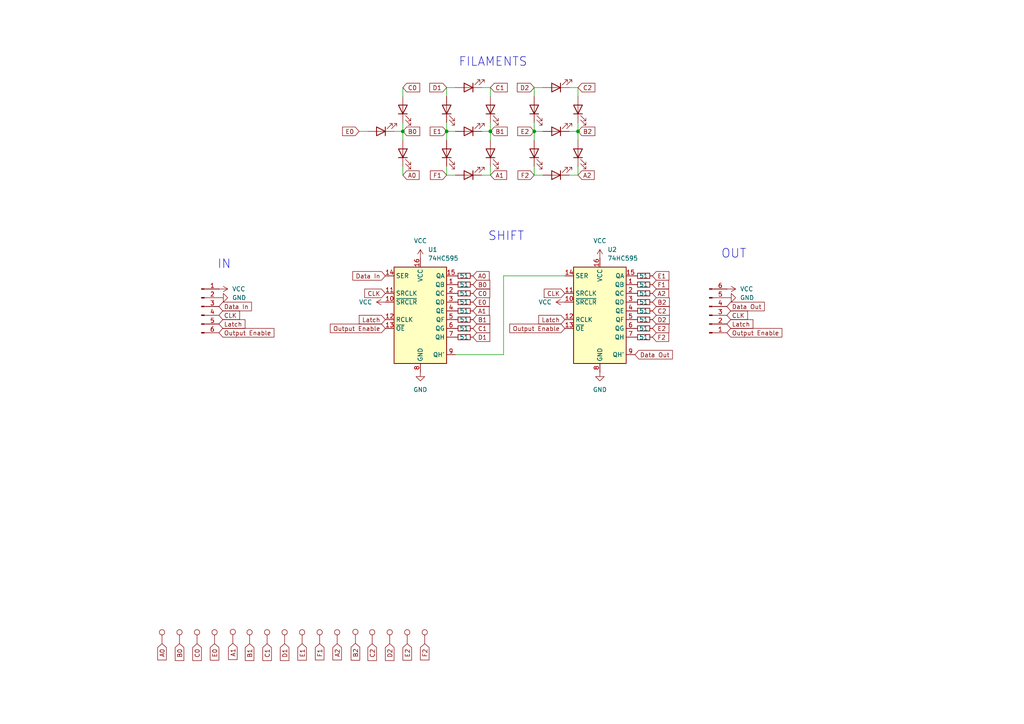
<source format=kicad_sch>
(kicad_sch (version 20231120) (generator "eeschema") (generator_version "8.0")
  (paper "A4")
  (lib_symbols
    (symbol "74xx:74HC595"
      (property "Reference" "U" (at -7.62 13.97 0))
      (property "Value" "74HC595" (at -7.62 -16.51 0))
      (symbol "74HC595_1_0"
        (pin tri_state line (at 10.16 7.62 180) (length 2.54) (name "QB") (number "1"))
        (pin input line (at -10.16 2.54 0) (length 2.54) (name "~{SRCLR}") (number "10"))
        (pin input line (at -10.16 5.08 0) (length 2.54) (name "SRCLK") (number "11"))
        (pin input line (at -10.16 -2.54 0) (length 2.54) (name "RCLK") (number "12"))
        (pin input line (at -10.16 -5.08 0) (length 2.54) (name "~{OE}") (number "13"))
        (pin input line (at -10.16 10.16 0) (length 2.54) (name "SER") (number "14"))
        (pin tri_state line (at 10.16 10.16 180) (length 2.54) (name "QA") (number "15"))
        (pin power_in line (at 0 15.24 270) (length 2.54) (name "VCC") (number "16"))
        (pin tri_state line (at 10.16 5.08 180) (length 2.54) (name "QC") (number "2"))
        (pin tri_state line (at 10.16 2.54 180) (length 2.54) (name "QD") (number "3"))
        (pin tri_state line (at 10.16 0 180) (length 2.54) (name "QE") (number "4"))
        (pin tri_state line (at 10.16 -2.54 180) (length 2.54) (name "QF") (number "5"))
        (pin tri_state line (at 10.16 -5.08 180) (length 2.54) (name "QG") (number "6"))
        (pin tri_state line (at 10.16 -7.62 180) (length 2.54) (name "QH") (number "7"))
        (pin power_in line (at 0 -17.78 90) (length 2.54) (name "GND") (number "8"))
        (pin output line (at 10.16 -12.7 180) (length 2.54) (name "QH'") (number "9"))
      )
      (symbol "74HC595_1_1"
        (rectangle (start -7.62 12.7) (end 7.62 -15.24) (stroke (width 0.254)) (fill (type background)))
      )
    )
    (symbol "Connector:Conn_01x06_Pin" (pin_names (offset 1.016) hide)
      (property "Reference" "J" (at 0 7.62 0))
      (property "Value" "Conn_01x06_Pin" (at 0 -10.16 0))
      (symbol "Conn_01x06_Pin_1_1"
        (polyline (pts (xy 1.27 -7.62) (xy 0.8636 -7.62)) (stroke (width 0.1524)))
        (polyline (pts (xy 1.27 -5.08) (xy 0.8636 -5.08)) (stroke (width 0.1524)))
        (polyline (pts (xy 1.27 -2.54) (xy 0.8636 -2.54)) (stroke (width 0.1524)))
        (polyline (pts (xy 1.27 0) (xy 0.8636 0)) (stroke (width 0.1524)))
        (polyline (pts (xy 1.27 2.54) (xy 0.8636 2.54)) (stroke (width 0.1524)))
        (polyline (pts (xy 1.27 5.08) (xy 0.8636 5.08)) (stroke (width 0.1524)))
        (rectangle (start 0.8636 -7.493) (end 0 -7.747) (stroke (width 0.1524)) (fill (type outline)))
        (rectangle (start 0.8636 -4.953) (end 0 -5.207) (stroke (width 0.1524)) (fill (type outline)))
        (rectangle (start 0.8636 -2.413) (end 0 -2.667) (stroke (width 0.1524)) (fill (type outline)))
        (rectangle (start 0.8636 0.127) (end 0 -0.127) (stroke (width 0.1524)) (fill (type outline)))
        (rectangle (start 0.8636 2.667) (end 0 2.413) (stroke (width 0.1524)) (fill (type outline)))
        (rectangle (start 0.8636 5.207) (end 0 4.953) (stroke (width 0.1524)) (fill (type outline)))
        (pin passive line (at 5.08 5.08 180) (length 3.81) (name "Pin_1") (number "1"))
        (pin passive line (at 5.08 2.54 180) (length 3.81) (name "Pin_2") (number "2"))
        (pin passive line (at 5.08 0 180) (length 3.81) (name "Pin_3") (number "3"))
        (pin passive line (at 5.08 -2.54 180) (length 3.81) (name "Pin_4") (number "4"))
        (pin passive line (at 5.08 -5.08 180) (length 3.81) (name "Pin_5") (number "5"))
        (pin passive line (at 5.08 -7.62 180) (length 3.81) (name "Pin_6") (number "6"))
      )
    )
    (symbol "Connector:TestPoint" (pin_numbers hide) (pin_names (offset 0.762) hide)
      (property "Reference" "TP" (at 0 6.858 0))
      (property "Value" "TestPoint" (at 0 5.08 0))
      (symbol "TestPoint_0_1"
        (circle (center 0 3.302) (radius 0.762))
      )
      (symbol "TestPoint_1_1"
        (pin passive line (at 0 0 90) (length 2.54) (name "1") (number "1"))
      )
    )
    (symbol "Device:LED" (pin_numbers hide) (pin_names (offset 1.016) hide)
      (property "Reference" "D" (at 0 2.54 0))
      (property "Value" "LED" (at 0 -2.54 0))
      (symbol "LED_0_1"
        (polyline (pts (xy -1.27 -1.27) (xy -1.27 1.27)) (stroke (width 0.254)))
        (polyline (pts (xy -1.27 0) (xy 1.27 0)))
        (polyline (pts (xy 1.27 -1.27) (xy 1.27 1.27) (xy -1.27 0) (xy 1.27 -1.27)) (stroke (width 0.254)))
        (polyline (pts (xy -3.048 -0.762) (xy -4.572 -2.286) (xy -3.81 -2.286) (xy -4.572 -2.286) (xy -4.572 -1.524)))
        (polyline (pts (xy -1.778 -0.762) (xy -3.302 -2.286) (xy -2.54 -2.286) (xy -3.302 -2.286) (xy -3.302 -1.524)))
      )
      (symbol "LED_1_1"
        (pin passive line (at -3.81 0 0) (length 2.54) (name "K") (number "1"))
        (pin passive line (at 3.81 0 180) (length 2.54) (name "A") (number "2"))
      )
    )
    (symbol "Device:R_Small" (pin_numbers hide) (pin_names (offset 0.254) hide)
      (property "Reference" "R" (at 0.762 0.508 0))
      (property "Value" "R_Small" (at 0.762 -1.016 0))
      (symbol "R_Small_0_1"
        (rectangle (start -0.762 1.778) (end 0.762 -1.778) (stroke (width 0.2032)))
      )
      (symbol "R_Small_1_1"
        (pin passive line (at 0 2.54 270) (length 0.762) (name "~") (number "1"))
        (pin passive line (at 0 -2.54 90) (length 0.762) (name "~") (number "2"))
      )
    )
    (symbol "power:GND" (power) (pin_numbers hide) (pin_names (offset 0) hide)
      (property "Value" "GND" (at 0 -3.81 0))
      (symbol "GND_0_1"
        (polyline (pts (xy 0 0) (xy 0 -1.27) (xy 1.27 -1.27) (xy 0 -2.54) (xy -1.27 -1.27) (xy 0 -1.27)))
      )
      (symbol "GND_1_1"
        (pin power_in line (at 0 0 270) (length 0) (name "~") (number "1"))
      )
    )
    (symbol "power:VCC" (power) (pin_numbers hide) (pin_names (offset 0) hide)
      (property "Value" "VCC" (at 0 3.556 0))
      (symbol "VCC_0_1"
        (polyline (pts (xy -0.762 1.27) (xy 0 2.54)))
        (polyline (pts (xy 0 0) (xy 0 2.54)))
        (polyline (pts (xy 0 2.54) (xy 0.762 1.27)))
      )
      (symbol "VCC_1_1"
        (pin power_in line (at 0 0 90) (length 0) (name "~") (number "1"))
      )
    )
  )
  (junction (at 167.64 38.1))
  (junction (at 154.94 38.1))
  (junction (at 116.84 38.1))
  (junction (at 142.24 38.1))
  (junction (at 129.54 38.1))
  (wire (pts (xy 167.64 25.4) (xy 165.1 25.4)))
  (wire (pts (xy 132.08 102.87) (xy 146.05 102.87)))
  (wire (pts (xy 132.08 50.8) (xy 129.54 50.8)))
  (wire (pts (xy 132.08 38.1) (xy 129.54 38.1)))
  (wire (pts (xy 139.7 38.1) (xy 142.24 38.1)))
  (wire (pts (xy 146.05 102.87) (xy 146.05 80.01)))
  (wire (pts (xy 116.84 38.1) (xy 116.84 40.64)))
  (wire (pts (xy 154.94 50.8) (xy 154.94 48.26)))
  (wire (pts (xy 154.94 25.4) (xy 154.94 27.94)))
  (wire (pts (xy 106.68 38.1) (xy 104.14 38.1)))
  (wire (pts (xy 157.48 25.4) (xy 154.94 25.4)))
  (wire (pts (xy 167.64 35.56) (xy 167.64 38.1)))
  (wire (pts (xy 116.84 35.56) (xy 116.84 38.1)))
  (wire (pts (xy 129.54 38.1) (xy 129.54 40.64)))
  (wire (pts (xy 167.64 50.8) (xy 167.64 48.26)))
  (wire (pts (xy 157.48 50.8) (xy 154.94 50.8)))
  (wire (pts (xy 146.05 80.01) (xy 163.83 80.01)))
  (wire (pts (xy 129.54 38.1) (xy 129.54 35.56)))
  (wire (pts (xy 154.94 38.1) (xy 154.94 35.56)))
  (wire (pts (xy 142.24 25.4) (xy 139.7 25.4)))
  (wire (pts (xy 129.54 50.8) (xy 129.54 48.26)))
  (wire (pts (xy 142.24 27.94) (xy 142.24 25.4)))
  (wire (pts (xy 165.1 38.1) (xy 167.64 38.1)))
  (wire (pts (xy 142.24 50.8) (xy 142.24 48.26)))
  (wire (pts (xy 116.84 50.8) (xy 116.84 48.26)))
  (wire (pts (xy 114.3 38.1) (xy 116.84 38.1)))
  (wire (pts (xy 139.7 50.8) (xy 142.24 50.8)))
  (wire (pts (xy 142.24 35.56) (xy 142.24 38.1)))
  (wire (pts (xy 167.64 27.94) (xy 167.64 25.4)))
  (wire (pts (xy 154.94 38.1) (xy 154.94 40.64)))
  (wire (pts (xy 157.48 38.1) (xy 154.94 38.1)))
  (wire (pts (xy 165.1 50.8) (xy 167.64 50.8)))
  (wire (pts (xy 167.64 38.1) (xy 167.64 40.64)))
  (wire (pts (xy 132.08 25.4) (xy 129.54 25.4)))
  (wire (pts (xy 116.84 27.94) (xy 116.84 25.4)))
  (wire (pts (xy 142.24 38.1) (xy 142.24 40.64)))
  (wire (pts (xy 129.54 25.4) (xy 129.54 27.94)))
  (text "OUT" (at 212.852 73.66 0) (effects (font (size 2.54 2.54))))
  (text "SHIFT" (at 146.812 68.58 0) (effects (font (size 2.54 2.54))))
  (text "FILAMENTS" (at 143.002 18.034 0) (effects (font (size 2.54 2.54))))
  (text "IN" (at 65.024 76.708 0) (effects (font (size 2.54 2.54))))
  (global_label "Data Out" (shape input) (at 184.15 102.87 0) (property "Intersheetrefs" "${INTERSHEET_REFS}" (effects (hide yes))))
  (global_label "A2" (shape input) (at 97.79 186.69 270) (property "Intersheetrefs" "${INTERSHEET_REFS}" (effects (hide yes))))
  (global_label "A1" (shape input) (at 142.24 50.8 0) (property "Intersheetrefs" "${INTERSHEET_REFS}" (effects (hide yes))))
  (global_label "Latch" (shape input) (at 163.83 92.71 180) (property "Intersheetrefs" "${INTERSHEET_REFS}" (effects (hide yes))))
  (global_label "F2" (shape input) (at 154.94 50.8 180) (property "Intersheetrefs" "${INTERSHEET_REFS}" (effects (hide yes))))
  (global_label "D2" (shape input) (at 113.03 186.69 270) (property "Intersheetrefs" "${INTERSHEET_REFS}" (effects (hide yes))))
  (global_label "B0" (shape input) (at 116.84 38.1 0) (property "Intersheetrefs" "${INTERSHEET_REFS}" (effects (hide yes))))
  (global_label "D2" (shape input) (at 189.23 92.71 0) (property "Intersheetrefs" "${INTERSHEET_REFS}" (effects (hide yes))))
  (global_label "B2" (shape input) (at 167.64 38.1 0) (property "Intersheetrefs" "${INTERSHEET_REFS}" (effects (hide yes))))
  (global_label "Output Enable" (shape input) (at 210.82 96.52 0) (property "Intersheetrefs" "${INTERSHEET_REFS}" (effects (hide yes))))
  (global_label "A0" (shape input) (at 46.99 186.69 270) (property "Intersheetrefs" "${INTERSHEET_REFS}" (effects (hide yes))))
  (global_label "E2" (shape input) (at 118.11 186.69 270) (property "Intersheetrefs" "${INTERSHEET_REFS}" (effects (hide yes))))
  (global_label "A1" (shape input) (at 137.16 90.17 0) (property "Intersheetrefs" "${INTERSHEET_REFS}" (effects (hide yes))))
  (global_label "C0" (shape input) (at 116.84 25.4 0) (property "Intersheetrefs" "${INTERSHEET_REFS}" (effects (hide yes))))
  (global_label "E2" (shape input) (at 189.23 95.25 0) (property "Intersheetrefs" "${INTERSHEET_REFS}" (effects (hide yes))))
  (global_label "E1" (shape input) (at 87.63 186.69 270) (property "Intersheetrefs" "${INTERSHEET_REFS}" (effects (hide yes))))
  (global_label "E0" (shape input) (at 62.23 186.69 270) (property "Intersheetrefs" "${INTERSHEET_REFS}" (effects (hide yes))))
  (global_label "CLK" (shape input) (at 163.83 85.09 180) (property "Intersheetrefs" "${INTERSHEET_REFS}" (effects (hide yes))))
  (global_label "CLK" (shape input) (at 63.5 91.44 0) (property "Intersheetrefs" "${INTERSHEET_REFS}" (effects (hide yes))))
  (global_label "F2" (shape input) (at 189.23 97.79 0) (property "Intersheetrefs" "${INTERSHEET_REFS}" (effects (hide yes))))
  (global_label "A0" (shape input) (at 116.84 50.8 0) (property "Intersheetrefs" "${INTERSHEET_REFS}" (effects (hide yes))))
  (global_label "C1" (shape input) (at 142.24 25.4 0) (property "Intersheetrefs" "${INTERSHEET_REFS}" (effects (hide yes))))
  (global_label "B0" (shape input) (at 137.16 82.55 0) (property "Intersheetrefs" "${INTERSHEET_REFS}" (effects (hide yes))))
  (global_label "B1" (shape input) (at 137.16 92.71 0) (property "Intersheetrefs" "${INTERSHEET_REFS}" (effects (hide yes))))
  (global_label "F1" (shape input) (at 189.23 82.55 0) (property "Intersheetrefs" "${INTERSHEET_REFS}" (effects (hide yes))))
  (global_label "C1" (shape input) (at 137.16 95.25 0) (property "Intersheetrefs" "${INTERSHEET_REFS}" (effects (hide yes))))
  (global_label "Latch" (shape input) (at 111.76 92.71 180) (property "Intersheetrefs" "${INTERSHEET_REFS}" (effects (hide yes))))
  (global_label "E0" (shape input) (at 104.14 38.1 180) (property "Intersheetrefs" "${INTERSHEET_REFS}" (effects (hide yes))))
  (global_label "A2" (shape input) (at 189.23 85.09 0) (property "Intersheetrefs" "${INTERSHEET_REFS}" (effects (hide yes))))
  (global_label "D1" (shape input) (at 129.54 25.4 180) (property "Intersheetrefs" "${INTERSHEET_REFS}" (effects (hide yes))))
  (global_label "CLK" (shape input) (at 210.82 91.44 0) (property "Intersheetrefs" "${INTERSHEET_REFS}" (effects (hide yes))))
  (global_label "D2" (shape input) (at 154.94 25.4 180) (property "Intersheetrefs" "${INTERSHEET_REFS}" (effects (hide yes))))
  (global_label "C0" (shape input) (at 137.16 85.09 0) (property "Intersheetrefs" "${INTERSHEET_REFS}" (effects (hide yes))))
  (global_label "F1" (shape input) (at 92.71 186.69 270) (property "Intersheetrefs" "${INTERSHEET_REFS}" (effects (hide yes))))
  (global_label "B1" (shape input) (at 72.39 186.69 270) (property "Intersheetrefs" "${INTERSHEET_REFS}" (effects (hide yes))))
  (global_label "C2" (shape input) (at 189.23 90.17 0) (property "Intersheetrefs" "${INTERSHEET_REFS}" (effects (hide yes))))
  (global_label "E0" (shape input) (at 137.16 87.63 0) (property "Intersheetrefs" "${INTERSHEET_REFS}" (effects (hide yes))))
  (global_label "B1" (shape input) (at 142.24 38.1 0) (property "Intersheetrefs" "${INTERSHEET_REFS}" (effects (hide yes))))
  (global_label "D1" (shape input) (at 82.55 186.69 270) (property "Intersheetrefs" "${INTERSHEET_REFS}" (effects (hide yes))))
  (global_label "CLK" (shape input) (at 111.76 85.09 180) (property "Intersheetrefs" "${INTERSHEET_REFS}" (effects (hide yes))))
  (global_label "D1" (shape input) (at 137.16 97.79 0) (property "Intersheetrefs" "${INTERSHEET_REFS}" (effects (hide yes))))
  (global_label "Output Enable" (shape input) (at 63.5 96.52 0) (property "Intersheetrefs" "${INTERSHEET_REFS}" (effects (hide yes))))
  (global_label "E1" (shape input) (at 129.54 38.1 180) (property "Intersheetrefs" "${INTERSHEET_REFS}" (effects (hide yes))))
  (global_label "Latch" (shape input) (at 63.5 93.98 0) (property "Intersheetrefs" "${INTERSHEET_REFS}" (effects (hide yes))))
  (global_label "Data Out" (shape input) (at 210.82 88.9 0) (property "Intersheetrefs" "${INTERSHEET_REFS}" (effects (hide yes))))
  (global_label "Data In" (shape input) (at 111.76 80.01 180) (property "Intersheetrefs" "${INTERSHEET_REFS}" (effects (hide yes))))
  (global_label "A1" (shape input) (at 67.5269 186.581 270) (property "Intersheetrefs" "${INTERSHEET_REFS}" (effects (hide yes))))
  (global_label "Data In" (shape input) (at 63.5 88.9 0) (property "Intersheetrefs" "${INTERSHEET_REFS}" (effects (hide yes))))
  (global_label "E1" (shape input) (at 189.23 80.01 0) (property "Intersheetrefs" "${INTERSHEET_REFS}" (effects (hide yes))))
  (global_label "Output Enable" (shape input) (at 111.76 95.25 180) (property "Intersheetrefs" "${INTERSHEET_REFS}" (effects (hide yes))))
  (global_label "C0" (shape input) (at 57.15 186.69 270) (property "Intersheetrefs" "${INTERSHEET_REFS}" (effects (hide yes))))
  (global_label "Output Enable" (shape input) (at 163.83 95.25 180) (property "Intersheetrefs" "${INTERSHEET_REFS}" (effects (hide yes))))
  (global_label "B2" (shape input) (at 189.23 87.63 0) (property "Intersheetrefs" "${INTERSHEET_REFS}" (effects (hide yes))))
  (global_label "C2" (shape input) (at 107.95 186.69 270) (property "Intersheetrefs" "${INTERSHEET_REFS}" (effects (hide yes))))
  (global_label "C2" (shape input) (at 167.64 25.4 0) (property "Intersheetrefs" "${INTERSHEET_REFS}" (effects (hide yes))))
  (global_label "A2" (shape input) (at 167.64 50.8 0) (property "Intersheetrefs" "${INTERSHEET_REFS}" (effects (hide yes))))
  (global_label "F1" (shape input) (at 129.54 50.8 180) (property "Intersheetrefs" "${INTERSHEET_REFS}" (effects (hide yes))))
  (global_label "B2" (shape input) (at 103.0869 186.581 270) (property "Intersheetrefs" "${INTERSHEET_REFS}" (effects (hide yes))))
  (global_label "B0" (shape input) (at 52.07 186.69 270) (property "Intersheetrefs" "${INTERSHEET_REFS}" (effects (hide yes))))
  (global_label "Latch" (shape input) (at 210.82 93.98 0) (property "Intersheetrefs" "${INTERSHEET_REFS}" (effects (hide yes))))
  (global_label "E2" (shape input) (at 154.94 38.1 180) (property "Intersheetrefs" "${INTERSHEET_REFS}" (effects (hide yes))))
  (global_label "A0" (shape input) (at 137.16 80.01 0) (property "Intersheetrefs" "${INTERSHEET_REFS}" (effects (hide yes))))
  (global_label "C1" (shape input) (at 77.47 186.69 270) (property "Intersheetrefs" "${INTERSHEET_REFS}" (effects (hide yes))))
  (global_label "F2" (shape input) (at 123.19 186.69 270) (property "Intersheetrefs" "${INTERSHEET_REFS}" (effects (hide yes))))
  (symbol (lib_id "Connector:TestPoint") (at 92.71 186.69 0) (unit 1)
    (property "Reference" "TP11" (effects (hide yes)))
    (property "Value" "TestPoint" (effects (hide yes)))
    (property "Footprint" "TestPoint:TestPoint_THTPad_D1.5mm_Drill0.7mm" (effects (hide yes)))
    (property "Description" "test point" (effects (hide yes)))
  )
  (symbol (lib_id "74xx:74HC595") (at 173.99 90.17 0) (unit 1)
    (property "Reference" "U2" (at 176.1841 72.39 0) (effects (justify left)))
    (property "Value" "74HC595" (at 176.1841 74.93 0) (effects (justify left)))
    (property "Footprint" "Package_SO:SOIC-16_3.9x9.9mm_P1.27mm" (effects (hide yes)))
    (property "Datasheet" "http://www.ti.com/lit/ds/symlink/sn74hc595.pdf" (effects (hide yes)))
    (property "Description" "8-bit serial in/out Shift Register 3-State Outputs" (effects (hide yes)))
  )
  (symbol (lib_id "Device:LED") (at 161.29 38.1 180) (unit 1)
    (property "Reference" "D18" (effects (hide yes)))
    (property "Value" "LED" (effects (hide yes)))
    (property "Footprint" "LED_Filament:18mm" (effects (hide yes)))
    (property "Description" "Light emitting diode" (effects (hide yes)))
  )
  (symbol (lib_id "Connector:TestPoint") (at 72.39 186.69 0) (unit 1)
    (property "Reference" "TP6" (effects (hide yes)))
    (property "Value" "TestPoint" (effects (hide yes)))
    (property "Footprint" "TestPoint:TestPoint_THTPad_D1.5mm_Drill0.7mm" (effects (hide yes)))
    (property "Description" "test point" (effects (hide yes)))
  )
  (symbol (lib_id "Connector:TestPoint") (at 87.63 186.69 0) (unit 1)
    (property "Reference" "TP10" (effects (hide yes)))
    (property "Value" "TestPoint" (effects (hide yes)))
    (property "Footprint" "TestPoint:TestPoint_THTPad_D1.5mm_Drill0.7mm" (effects (hide yes)))
    (property "Description" "test point" (effects (hide yes)))
  )
  (symbol (lib_id "Connector:TestPoint") (at 77.47 186.69 0) (unit 1)
    (property "Reference" "TP7" (effects (hide yes)))
    (property "Value" "TestPoint" (effects (hide yes)))
    (property "Footprint" "TestPoint:TestPoint_THTPad_D1.5mm_Drill0.7mm" (effects (hide yes)))
    (property "Description" "test point" (effects (hide yes)))
  )
  (symbol (lib_id "power:GND") (at 173.99 107.95 0) (unit 1)
    (property "Reference" "#PWR02" (effects (hide yes)))
    (property "Value" "GND" (at 173.99 113.03 0))
    (property "Description" "Power symbol creates a global label with name \"GND\" , ground" (effects (hide yes)))
  )
  (symbol (lib_id "Connector:TestPoint") (at 46.99 186.69 0) (unit 1)
    (property "Reference" "TP1" (effects (hide yes)))
    (property "Value" "TestPoint" (effects (hide yes)))
    (property "Footprint" "TestPoint:TestPoint_THTPad_D1.5mm_Drill0.7mm" (effects (hide yes)))
    (property "Description" "test point" (effects (hide yes)))
  )
  (symbol (lib_id "Device:LED") (at 135.89 25.4 180) (unit 1)
    (property "Reference" "D8" (effects (hide yes)))
    (property "Value" "LED" (effects (hide yes)))
    (property "Footprint" "LED_Filament:18mm" (effects (hide yes)))
    (property "Description" "Light emitting diode" (effects (hide yes)))
  )
  (symbol (lib_id "Connector:TestPoint") (at 118.11 186.69 0) (unit 1)
    (property "Reference" "TP15" (effects (hide yes)))
    (property "Value" "TestPoint" (effects (hide yes)))
    (property "Footprint" "TestPoint:TestPoint_THTPad_D1.5mm_Drill0.7mm" (effects (hide yes)))
    (property "Description" "test point" (effects (hide yes)))
  )
  (symbol (lib_id "Connector:TestPoint") (at 82.55 186.69 0) (unit 1)
    (property "Reference" "TP9" (effects (hide yes)))
    (property "Value" "TestPoint" (effects (hide yes)))
    (property "Footprint" "TestPoint:TestPoint_THTPad_D1.5mm_Drill0.7mm" (effects (hide yes)))
    (property "Description" "test point" (effects (hide yes)))
  )
  (symbol (lib_id "Connector:TestPoint") (at 113.03 186.69 0) (unit 1)
    (property "Reference" "TP14" (effects (hide yes)))
    (property "Value" "TestPoint" (effects (hide yes)))
    (property "Footprint" "TestPoint:TestPoint_THTPad_D1.5mm_Drill0.7mm" (effects (hide yes)))
    (property "Description" "test point" (effects (hide yes)))
  )
  (symbol (lib_id "Device:R_Small") (at 186.69 97.79 90) (unit 1)
    (property "Reference" "R16" (effects (hide yes)))
    (property "Value" "51" (at 186.69 97.79 90))
    (property "Footprint" "Resistor_SMD:R_0603_1608Metric" (effects (hide yes)))
    (property "Description" "Resistor, small symbol" (effects (hide yes)))
  )
  (symbol (lib_id "power:VCC") (at 173.99 74.93 0) (unit 1)
    (property "Reference" "#PWR04" (effects (hide yes)))
    (property "Value" "VCC" (at 173.99 69.85 0))
    (property "Description" "Power symbol creates a global label with name \"VCC\"" (effects (hide yes)))
  )
  (symbol (lib_id "74xx:74HC595") (at 121.92 90.17 0) (unit 1)
    (property "Reference" "U1" (at 124.1141 72.39 0) (effects (justify left)))
    (property "Value" "74HC595" (at 124.1141 74.93 0) (effects (justify left)))
    (property "Footprint" "Package_SO:SOIC-16_3.9x9.9mm_P1.27mm" (effects (hide yes)))
    (property "Datasheet" "http://www.ti.com/lit/ds/symlink/sn74hc595.pdf" (effects (hide yes)))
    (property "Description" "8-bit serial in/out Shift Register 3-State Outputs" (effects (hide yes)))
  )
  (symbol (lib_id "Device:LED") (at 116.84 31.75 90) (unit 1)
    (property "Reference" "D2" (effects (hide yes)))
    (property "Value" "LED" (effects (hide yes)))
    (property "Footprint" "LED_Filament:18mm" (effects (hide yes)))
    (property "Description" "Light emitting diode" (effects (hide yes)))
  )
  (symbol (lib_id "Connector:TestPoint") (at 103.0869 186.581 0) (unit 1)
    (property "Reference" "TP8" (effects (hide yes)))
    (property "Value" "TestPoint" (effects (hide yes)))
    (property "Footprint" "TestPoint:TestPoint_THTPad_D1.5mm_Drill0.7mm" (effects (hide yes)))
    (property "Description" "test point" (effects (hide yes)))
  )
  (symbol (lib_id "power:VCC") (at 121.92 74.93 0) (unit 1)
    (property "Reference" "#PWR03" (effects (hide yes)))
    (property "Value" "VCC" (at 121.92 69.85 0))
    (property "Description" "Power symbol creates a global label with name \"VCC\"" (effects (hide yes)))
  )
  (symbol (lib_id "Device:LED") (at 135.89 50.8 180) (unit 1)
    (property "Reference" "D14" (effects (hide yes)))
    (property "Value" "LED" (effects (hide yes)))
    (property "Footprint" "LED_Filament:18mm" (effects (hide yes)))
    (property "Description" "Light emitting diode" (effects (hide yes)))
  )
  (symbol (lib_id "Device:R_Small") (at 134.62 82.55 90) (unit 1)
    (property "Reference" "R2" (effects (hide yes)))
    (property "Value" "51" (at 134.62 82.55 90))
    (property "Footprint" "Resistor_SMD:R_0603_1608Metric" (effects (hide yes)))
    (property "Description" "Resistor, small symbol" (effects (hide yes)))
  )
  (symbol (lib_id "Connector:TestPoint") (at 107.95 186.69 0) (unit 1)
    (property "Reference" "TP13" (effects (hide yes)))
    (property "Value" "TestPoint" (effects (hide yes)))
    (property "Footprint" "TestPoint:TestPoint_THTPad_D1.5mm_Drill0.7mm" (effects (hide yes)))
    (property "Description" "test point" (effects (hide yes)))
  )
  (symbol (lib_id "Device:LED") (at 135.89 38.1 180) (unit 1)
    (property "Reference" "D11" (effects (hide yes)))
    (property "Value" "LED" (effects (hide yes)))
    (property "Footprint" "LED_Filament:18mm" (effects (hide yes)))
    (property "Description" "Light emitting diode" (effects (hide yes)))
  )
  (symbol (lib_id "Device:R_Small") (at 186.69 82.55 90) (unit 1)
    (property "Reference" "R10" (effects (hide yes)))
    (property "Value" "51" (at 186.69 82.55 90))
    (property "Footprint" "Resistor_SMD:R_0603_1608Metric" (effects (hide yes)))
    (property "Description" "Resistor, small symbol" (effects (hide yes)))
  )
  (symbol (lib_id "Device:R_Small") (at 134.62 87.63 90) (unit 1)
    (property "Reference" "R8" (effects (hide yes)))
    (property "Value" "51" (at 134.62 87.63 90))
    (property "Footprint" "Resistor_SMD:R_0603_1608Metric" (effects (hide yes)))
    (property "Description" "Resistor, small symbol" (effects (hide yes)))
  )
  (symbol (lib_id "Device:R_Small") (at 134.62 97.79 90) (unit 1)
    (property "Reference" "R7" (effects (hide yes)))
    (property "Value" "51" (at 134.62 97.79 90))
    (property "Footprint" "Resistor_SMD:R_0603_1608Metric" (effects (hide yes)))
    (property "Description" "Resistor, small symbol" (effects (hide yes)))
  )
  (symbol (lib_id "power:VCC") (at 163.83 87.63 90) (unit 1)
    (property "Reference" "#PWR06" (effects (hide yes)))
    (property "Value" "VCC" (at 160.02 87.6299 90) (effects (justify left)))
    (property "Description" "Power symbol creates a global label with name \"VCC\"" (effects (hide yes)))
  )
  (symbol (lib_id "Device:LED") (at 110.49 38.1 180) (unit 1)
    (property "Reference" "D7" (effects (hide yes)))
    (property "Value" "LED" (effects (hide yes)))
    (property "Footprint" "LED_Filament:18mm" (effects (hide yes)))
    (property "Description" "Light emitting diode" (effects (hide yes)))
  )
  (symbol (lib_id "Device:LED") (at 161.29 50.8 180) (unit 1)
    (property "Reference" "D21" (effects (hide yes)))
    (property "Value" "LED" (effects (hide yes)))
    (property "Footprint" "LED_Filament:18mm" (effects (hide yes)))
    (property "Description" "Light emitting diode" (effects (hide yes)))
  )
  (symbol (lib_id "power:VCC") (at 63.5 83.82 270) (unit 1)
    (property "Reference" "#PWR07" (effects (hide yes)))
    (property "Value" "VCC" (at 67.31 83.8199 90) (effects (justify left)))
    (property "Description" "Power symbol creates a global label with name \"VCC\"" (effects (hide yes)))
  )
  (symbol (lib_id "Connector:Conn_01x06_Pin") (at 205.74 91.44 0) (mirror x) (unit 1)
    (property "Reference" "J2" (effects (hide yes)))
    (property "Value" "Conn_01x06_Pin" (effects (hide yes)))
    (property "Footprint" "Connector_JST_RightAngle:XH-W-06A" (effects (hide yes)))
    (property "Description" "Generic connector, single row, 01x06, script generated" (effects (hide yes)))
  )
  (symbol (lib_id "power:GND") (at 63.5 86.36 90) (unit 1)
    (property "Reference" "#PWR08" (effects (hide yes)))
    (property "Value" "GND" (at 67.31 86.3599 90) (effects (justify right)))
    (property "Description" "Power symbol creates a global label with name \"GND\" , ground" (effects (hide yes)))
  )
  (symbol (lib_id "Device:R_Small") (at 186.69 92.71 90) (unit 1)
    (property "Reference" "R14" (effects (hide yes)))
    (property "Value" "51" (at 186.69 92.71 90))
    (property "Footprint" "Resistor_SMD:R_0603_1608Metric" (effects (hide yes)))
    (property "Description" "Resistor, small symbol" (effects (hide yes)))
  )
  (symbol (lib_id "Device:R_Small") (at 186.69 87.63 90) (unit 1)
    (property "Reference" "R12" (effects (hide yes)))
    (property "Value" "51" (at 186.69 87.63 90))
    (property "Footprint" "Resistor_SMD:R_0603_1608Metric" (effects (hide yes)))
    (property "Description" "Resistor, small symbol" (effects (hide yes)))
  )
  (symbol (lib_id "Device:LED") (at 129.54 31.75 90) (unit 1)
    (property "Reference" "D9" (effects (hide yes)))
    (property "Value" "LED" (effects (hide yes)))
    (property "Footprint" "LED_Filament:18mm" (effects (hide yes)))
    (property "Description" "Light emitting diode" (effects (hide yes)))
  )
  (symbol (lib_id "Device:LED") (at 161.29 25.4 180) (unit 1)
    (property "Reference" "D15" (effects (hide yes)))
    (property "Value" "LED" (effects (hide yes)))
    (property "Footprint" "LED_Filament:18mm" (effects (hide yes)))
    (property "Description" "Light emitting diode" (effects (hide yes)))
  )
  (symbol (lib_id "power:GND") (at 121.92 107.95 0) (unit 1)
    (property "Reference" "#PWR01" (effects (hide yes)))
    (property "Value" "GND" (at 121.92 113.03 0))
    (property "Description" "Power symbol creates a global label with name \"GND\" , ground" (effects (hide yes)))
  )
  (symbol (lib_id "Device:R_Small") (at 186.69 95.25 90) (unit 1)
    (property "Reference" "R15" (effects (hide yes)))
    (property "Value" "51" (at 186.69 95.25 90))
    (property "Footprint" "Resistor_SMD:R_0603_1608Metric" (effects (hide yes)))
    (property "Description" "Resistor, small symbol" (effects (hide yes)))
  )
  (symbol (lib_id "Device:LED") (at 167.64 31.75 90) (unit 1)
    (property "Reference" "D17" (effects (hide yes)))
    (property "Value" "LED" (effects (hide yes)))
    (property "Footprint" "LED_Filament:18mm" (effects (hide yes)))
    (property "Description" "Light emitting diode" (effects (hide yes)))
  )
  (symbol (lib_id "Device:R_Small") (at 134.62 80.01 90) (unit 1)
    (property "Reference" "R1" (effects (hide yes)))
    (property "Value" "51" (at 134.62 80.01 90))
    (property "Footprint" "Resistor_SMD:R_0603_1608Metric" (effects (hide yes)))
    (property "Description" "Resistor, small symbol" (effects (hide yes)))
  )
  (symbol (lib_id "power:GND") (at 210.82 86.36 90) (unit 1)
    (property "Reference" "#PWR012" (effects (hide yes)))
    (property "Value" "GND" (at 214.63 86.3599 90) (effects (justify right)))
    (property "Description" "Power symbol creates a global label with name \"GND\" , ground" (effects (hide yes)))
  )
  (symbol (lib_id "Device:LED") (at 142.24 44.45 90) (unit 1)
    (property "Reference" "D13" (effects (hide yes)))
    (property "Value" "LED" (effects (hide yes)))
    (property "Footprint" "LED_Filament:18mm" (effects (hide yes)))
    (property "Description" "Light emitting diode" (effects (hide yes)))
  )
  (symbol (lib_id "power:VCC") (at 210.82 83.82 270) (unit 1)
    (property "Reference" "#PWR011" (effects (hide yes)))
    (property "Value" "VCC" (at 214.63 83.8199 90) (effects (justify left)))
    (property "Description" "Power symbol creates a global label with name \"VCC\"" (effects (hide yes)))
  )
  (symbol (lib_id "Device:LED") (at 142.24 31.75 90) (unit 1)
    (property "Reference" "D10" (effects (hide yes)))
    (property "Value" "LED" (effects (hide yes)))
    (property "Footprint" "LED_Filament:18mm" (effects (hide yes)))
    (property "Description" "Light emitting diode" (effects (hide yes)))
  )
  (symbol (lib_id "Connector:TestPoint") (at 62.23 186.69 0) (unit 1)
    (property "Reference" "TP4" (effects (hide yes)))
    (property "Value" "TestPoint" (effects (hide yes)))
    (property "Footprint" "TestPoint:TestPoint_THTPad_D1.5mm_Drill0.7mm" (effects (hide yes)))
    (property "Description" "test point" (effects (hide yes)))
  )
  (symbol (lib_id "Connector:TestPoint") (at 97.79 186.69 0) (unit 1)
    (property "Reference" "TP12" (effects (hide yes)))
    (property "Value" "TestPoint" (effects (hide yes)))
    (property "Footprint" "TestPoint:TestPoint_THTPad_D1.5mm_Drill0.7mm" (effects (hide yes)))
    (property "Description" "test point" (effects (hide yes)))
  )
  (symbol (lib_id "Device:R_Small") (at 134.62 95.25 90) (unit 1)
    (property "Reference" "R6" (effects (hide yes)))
    (property "Value" "51" (at 134.62 95.25 90))
    (property "Footprint" "Resistor_SMD:R_0603_1608Metric" (effects (hide yes)))
    (property "Description" "Resistor, small symbol" (effects (hide yes)))
  )
  (symbol (lib_id "Device:LED") (at 129.54 44.45 90) (unit 1)
    (property "Reference" "D12" (effects (hide yes)))
    (property "Value" "LED" (effects (hide yes)))
    (property "Footprint" "LED_Filament:18mm" (effects (hide yes)))
    (property "Description" "Light emitting diode" (effects (hide yes)))
  )
  (symbol (lib_id "Device:R_Small") (at 134.62 92.71 90) (unit 1)
    (property "Reference" "R5" (effects (hide yes)))
    (property "Value" "51" (at 134.62 92.71 90))
    (property "Footprint" "Resistor_SMD:R_0603_1608Metric" (effects (hide yes)))
    (property "Description" "Resistor, small symbol" (effects (hide yes)))
  )
  (symbol (lib_id "Connector:TestPoint") (at 67.5269 186.581 0) (unit 1)
    (property "Reference" "TP5" (effects (hide yes)))
    (property "Value" "TestPoint" (effects (hide yes)))
    (property "Footprint" "TestPoint:TestPoint_THTPad_D1.5mm_Drill0.7mm" (effects (hide yes)))
    (property "Description" "test point" (effects (hide yes)))
  )
  (symbol (lib_id "Connector:TestPoint") (at 123.19 186.69 0) (unit 1)
    (property "Reference" "TP16" (effects (hide yes)))
    (property "Value" "TestPoint" (effects (hide yes)))
    (property "Footprint" "TestPoint:TestPoint_THTPad_D1.5mm_Drill0.7mm" (effects (hide yes)))
    (property "Description" "test point" (effects (hide yes)))
  )
  (symbol (lib_id "Connector:TestPoint") (at 52.07 186.69 0) (unit 1)
    (property "Reference" "TP2" (effects (hide yes)))
    (property "Value" "TestPoint" (effects (hide yes)))
    (property "Footprint" "TestPoint:TestPoint_THTPad_D1.5mm_Drill0.7mm" (effects (hide yes)))
    (property "Description" "test point" (effects (hide yes)))
  )
  (symbol (lib_id "Device:LED") (at 154.94 44.45 90) (unit 1)
    (property "Reference" "D19" (effects (hide yes)))
    (property "Value" "LED" (effects (hide yes)))
    (property "Footprint" "LED_Filament:18mm" (effects (hide yes)))
    (property "Description" "Light emitting diode" (effects (hide yes)))
  )
  (symbol (lib_id "Device:R_Small") (at 186.69 90.17 90) (unit 1)
    (property "Reference" "R13" (effects (hide yes)))
    (property "Value" "51" (at 186.69 90.17 90))
    (property "Footprint" "Resistor_SMD:R_0603_1608Metric" (effects (hide yes)))
    (property "Description" "Resistor, small symbol" (effects (hide yes)))
  )
  (symbol (lib_id "Device:R_Small") (at 186.69 85.09 90) (unit 1)
    (property "Reference" "R11" (effects (hide yes)))
    (property "Value" "51" (at 186.69 85.09 90))
    (property "Footprint" "Resistor_SMD:R_0603_1608Metric" (effects (hide yes)))
    (property "Description" "Resistor, small symbol" (effects (hide yes)))
  )
  (symbol (lib_id "Device:LED") (at 116.84 44.45 90) (unit 1)
    (property "Reference" "D5" (effects (hide yes)))
    (property "Value" "LED" (effects (hide yes)))
    (property "Footprint" "LED_Filament:18mm" (effects (hide yes)))
    (property "Description" "Light emitting diode" (effects (hide yes)))
  )
  (symbol (lib_id "Device:LED") (at 167.64 44.45 90) (unit 1)
    (property "Reference" "D20" (effects (hide yes)))
    (property "Value" "LED" (effects (hide yes)))
    (property "Footprint" "LED_Filament:18mm" (effects (hide yes)))
    (property "Description" "Light emitting diode" (effects (hide yes)))
  )
  (symbol (lib_id "Connector:TestPoint") (at 57.15 186.69 0) (unit 1)
    (property "Reference" "TP3" (effects (hide yes)))
    (property "Value" "TestPoint" (effects (hide yes)))
    (property "Footprint" "TestPoint:TestPoint_THTPad_D1.5mm_Drill0.7mm" (effects (hide yes)))
    (property "Description" "test point" (effects (hide yes)))
  )
  (symbol (lib_id "Connector:Conn_01x06_Pin") (at 58.42 88.9 0) (unit 1)
    (property "Reference" "J1" (effects (hide yes)))
    (property "Value" "Conn_01x06_Pin" (effects (hide yes)))
    (property "Footprint" "Connector_JST_RightAngle:XH-W-06A" (effects (hide yes)))
    (property "Description" "Generic connector, single row, 01x06, script generated" (effects (hide yes)))
  )
  (symbol (lib_id "Device:LED") (at 154.94 31.75 90) (unit 1)
    (property "Reference" "D16" (effects (hide yes)))
    (property "Value" "LED" (effects (hide yes)))
    (property "Footprint" "LED_Filament:18mm" (effects (hide yes)))
    (property "Description" "Light emitting diode" (effects (hide yes)))
  )
  (symbol (lib_id "Device:R_Small") (at 186.69 80.01 90) (unit 1)
    (property "Reference" "R9" (effects (hide yes)))
    (property "Value" "51" (at 186.69 80.01 90))
    (property "Footprint" "Resistor_SMD:R_0603_1608Metric" (effects (hide yes)))
    (property "Description" "Resistor, small symbol" (effects (hide yes)))
  )
  (symbol (lib_id "power:VCC") (at 111.76 87.63 90) (unit 1)
    (property "Reference" "#PWR05" (effects (hide yes)))
    (property "Value" "VCC" (at 107.95 87.6299 90) (effects (justify left)))
    (property "Description" "Power symbol creates a global label with name \"VCC\"" (effects (hide yes)))
  )
  (symbol (lib_id "Device:R_Small") (at 134.62 90.17 90) (unit 1)
    (property "Reference" "R4" (effects (hide yes)))
    (property "Value" "51" (at 134.62 90.17 90))
    (property "Footprint" "Resistor_SMD:R_0603_1608Metric" (effects (hide yes)))
    (property "Description" "Resistor, small symbol" (effects (hide yes)))
  )
  (symbol (lib_id "Device:R_Small") (at 134.62 85.09 90) (unit 1)
    (property "Reference" "R3" (effects (hide yes)))
    (property "Value" "51" (at 134.62 85.09 90))
    (property "Footprint" "Resistor_SMD:R_0603_1608Metric" (effects (hide yes)))
    (property "Description" "Resistor, small symbol" (effects (hide yes)))
  )
)
</source>
